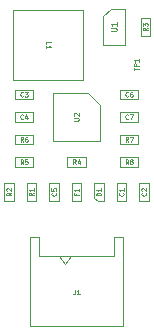
<source format=gbr>
%TF.GenerationSoftware,KiCad,Pcbnew,5.1.7+dfsg1-1~bpo10+1*%
%TF.CreationDate,Date%
%TF.ProjectId,ProMicro_BOOST,50726f4d-6963-4726-9f5f-424f4f53542e,v1.7*%
%TF.SameCoordinates,Original*%
%TF.FileFunction,Other,Fab,Top*%
%FSLAX46Y46*%
G04 Gerber Fmt 4.6, Leading zero omitted, Abs format (unit mm)*
G04 Created by KiCad*
%MOMM*%
%LPD*%
G01*
G04 APERTURE LIST*
%ADD10C,0.100000*%
%ADD11C,0.060000*%
%ADD12C,0.075000*%
G04 APERTURE END LIST*
D10*
%TO.C,L1*%
X2207000Y26241000D02*
X8207000Y26241000D01*
X2207000Y26241000D02*
X2207000Y20241000D01*
X2207000Y20241000D02*
X8207000Y20241000D01*
X8207000Y20241000D02*
X8207000Y26241000D01*
%TO.C,C3*%
X3975000Y19450000D02*
X3975000Y18650000D01*
X3975000Y18650000D02*
X2375000Y18650000D01*
X2375000Y18650000D02*
X2375000Y19450000D01*
X2375000Y19450000D02*
X3975000Y19450000D01*
%TO.C,C6*%
X11265000Y18650000D02*
X11265000Y19450000D01*
X11265000Y19450000D02*
X12865000Y19450000D01*
X12865000Y19450000D02*
X12865000Y18650000D01*
X12865000Y18650000D02*
X11265000Y18650000D01*
%TO.C,C7*%
X11265000Y16745000D02*
X11265000Y17545000D01*
X11265000Y17545000D02*
X12865000Y17545000D01*
X12865000Y17545000D02*
X12865000Y16745000D01*
X12865000Y16745000D02*
X11265000Y16745000D01*
%TO.C,C5*%
X5315000Y11595000D02*
X6115000Y11595000D01*
X6115000Y11595000D02*
X6115000Y9995000D01*
X6115000Y9995000D02*
X5315000Y9995000D01*
X5315000Y9995000D02*
X5315000Y11595000D01*
%TO.C,C4*%
X3975000Y17545000D02*
X3975000Y16745000D01*
X3975000Y16745000D02*
X2375000Y16745000D01*
X2375000Y16745000D02*
X2375000Y17545000D01*
X2375000Y17545000D02*
X3975000Y17545000D01*
%TO.C,R8*%
X11265000Y12935000D02*
X11265000Y13735000D01*
X11265000Y13735000D02*
X12865000Y13735000D01*
X12865000Y13735000D02*
X12865000Y12935000D01*
X12865000Y12935000D02*
X11265000Y12935000D01*
%TO.C,R7*%
X12865000Y15640000D02*
X12865000Y14840000D01*
X12865000Y14840000D02*
X11265000Y14840000D01*
X11265000Y14840000D02*
X11265000Y15640000D01*
X11265000Y15640000D02*
X12865000Y15640000D01*
%TO.C,R6*%
X2375000Y14840000D02*
X2375000Y15640000D01*
X2375000Y15640000D02*
X3975000Y15640000D01*
X3975000Y15640000D02*
X3975000Y14840000D01*
X3975000Y14840000D02*
X2375000Y14840000D01*
%TO.C,R5*%
X3975000Y13735000D02*
X3975000Y12935000D01*
X3975000Y12935000D02*
X2375000Y12935000D01*
X2375000Y12935000D02*
X2375000Y13735000D01*
X2375000Y13735000D02*
X3975000Y13735000D01*
%TO.C,R4*%
X8420000Y13735000D02*
X8420000Y12935000D01*
X8420000Y12935000D02*
X6820000Y12935000D01*
X6820000Y12935000D02*
X6820000Y13735000D01*
X6820000Y13735000D02*
X8420000Y13735000D01*
%TO.C,R3*%
X13862000Y23965000D02*
X13062000Y23965000D01*
X13062000Y23965000D02*
X13062000Y25565000D01*
X13062000Y25565000D02*
X13862000Y25565000D01*
X13862000Y25565000D02*
X13862000Y23965000D01*
%TO.C,U2*%
X9620000Y18145000D02*
X9620000Y15145000D01*
X9620000Y15145000D02*
X5620000Y15145000D01*
X5620000Y15145000D02*
X5620000Y19145000D01*
X5620000Y19145000D02*
X8620000Y19145000D01*
X8620000Y19145000D02*
X9620000Y18145000D01*
%TO.C,U1*%
X9895000Y25665000D02*
X10545000Y26315000D01*
X11695000Y26315000D02*
X10545000Y26315000D01*
X9895000Y25665000D02*
X9895000Y23215000D01*
X11695000Y23215000D02*
X9895000Y23215000D01*
X11695000Y26315000D02*
X11695000Y23215000D01*
%TO.C,J1*%
X3670000Y7010000D02*
X4470000Y7010000D01*
X4470000Y7010000D02*
X4470000Y5410000D01*
X4470000Y5410000D02*
X10770000Y5410000D01*
X10770000Y5410000D02*
X10770000Y7010000D01*
X10770000Y7010000D02*
X11570000Y7010000D01*
X3670000Y-590000D02*
X11570000Y-590000D01*
X3670000Y7010000D02*
X3670000Y-590000D01*
X11570000Y7010000D02*
X11570000Y-590000D01*
X6120000Y5410000D02*
X6620000Y4702893D01*
X6620000Y4702893D02*
X7120000Y5410000D01*
%TO.C,R2*%
X2305000Y9995000D02*
X1505000Y9995000D01*
X1505000Y9995000D02*
X1505000Y11595000D01*
X1505000Y11595000D02*
X2305000Y11595000D01*
X2305000Y11595000D02*
X2305000Y9995000D01*
%TO.C,R1*%
X3410000Y11595000D02*
X4210000Y11595000D01*
X4210000Y11595000D02*
X4210000Y9995000D01*
X4210000Y9995000D02*
X3410000Y9995000D01*
X3410000Y9995000D02*
X3410000Y11595000D01*
%TO.C,C1*%
X11830000Y9995000D02*
X11030000Y9995000D01*
X11030000Y9995000D02*
X11030000Y11595000D01*
X11030000Y11595000D02*
X11830000Y11595000D01*
X11830000Y11595000D02*
X11830000Y9995000D01*
%TO.C,F1*%
X8020000Y9995000D02*
X7220000Y9995000D01*
X7220000Y9995000D02*
X7220000Y11595000D01*
X7220000Y11595000D02*
X8020000Y11595000D01*
X8020000Y11595000D02*
X8020000Y9995000D01*
%TO.C,D1*%
X9125000Y11595000D02*
X9125000Y10295000D01*
X9125000Y10295000D02*
X9425000Y9995000D01*
X9425000Y9995000D02*
X9925000Y9995000D01*
X9925000Y9995000D02*
X9925000Y11595000D01*
X9925000Y11595000D02*
X9125000Y11595000D01*
%TO.C,C2*%
X12935000Y11595000D02*
X13735000Y11595000D01*
X13735000Y11595000D02*
X13735000Y9995000D01*
X13735000Y9995000D02*
X12935000Y9995000D01*
X12935000Y9995000D02*
X12935000Y11595000D01*
%TD*%
%TO.C,TP1*%
D11*
X12480952Y21085239D02*
X12480952Y21313810D01*
X12880952Y21199524D02*
X12480952Y21199524D01*
X12880952Y21447143D02*
X12480952Y21447143D01*
X12480952Y21599524D01*
X12500000Y21637620D01*
X12519047Y21656667D01*
X12557142Y21675715D01*
X12614285Y21675715D01*
X12652380Y21656667D01*
X12671428Y21637620D01*
X12690476Y21599524D01*
X12690476Y21447143D01*
X12880952Y22056667D02*
X12880952Y21828096D01*
X12880952Y21942381D02*
X12480952Y21942381D01*
X12538095Y21904286D01*
X12576190Y21866191D01*
X12595238Y21828096D01*
%TO.C,L1*%
X5026047Y23307667D02*
X5026047Y23498143D01*
X5426047Y23498143D01*
X5026047Y22964810D02*
X5026047Y23193381D01*
X5026047Y23079096D02*
X5426047Y23079096D01*
X5368904Y23117191D01*
X5330809Y23155286D01*
X5311761Y23193381D01*
%TO.C,C3*%
X3108333Y18907143D02*
X3089285Y18888096D01*
X3032142Y18869048D01*
X2994047Y18869048D01*
X2936904Y18888096D01*
X2898809Y18926191D01*
X2879761Y18964286D01*
X2860714Y19040477D01*
X2860714Y19097620D01*
X2879761Y19173810D01*
X2898809Y19211905D01*
X2936904Y19250000D01*
X2994047Y19269048D01*
X3032142Y19269048D01*
X3089285Y19250000D01*
X3108333Y19230953D01*
X3241666Y19269048D02*
X3489285Y19269048D01*
X3355952Y19116667D01*
X3413095Y19116667D01*
X3451190Y19097620D01*
X3470238Y19078572D01*
X3489285Y19040477D01*
X3489285Y18945239D01*
X3470238Y18907143D01*
X3451190Y18888096D01*
X3413095Y18869048D01*
X3298809Y18869048D01*
X3260714Y18888096D01*
X3241666Y18907143D01*
%TO.C,C6*%
X11998333Y18907143D02*
X11979285Y18888096D01*
X11922142Y18869048D01*
X11884047Y18869048D01*
X11826904Y18888096D01*
X11788809Y18926191D01*
X11769761Y18964286D01*
X11750714Y19040477D01*
X11750714Y19097620D01*
X11769761Y19173810D01*
X11788809Y19211905D01*
X11826904Y19250000D01*
X11884047Y19269048D01*
X11922142Y19269048D01*
X11979285Y19250000D01*
X11998333Y19230953D01*
X12341190Y19269048D02*
X12265000Y19269048D01*
X12226904Y19250000D01*
X12207857Y19230953D01*
X12169761Y19173810D01*
X12150714Y19097620D01*
X12150714Y18945239D01*
X12169761Y18907143D01*
X12188809Y18888096D01*
X12226904Y18869048D01*
X12303095Y18869048D01*
X12341190Y18888096D01*
X12360238Y18907143D01*
X12379285Y18945239D01*
X12379285Y19040477D01*
X12360238Y19078572D01*
X12341190Y19097620D01*
X12303095Y19116667D01*
X12226904Y19116667D01*
X12188809Y19097620D01*
X12169761Y19078572D01*
X12150714Y19040477D01*
%TO.C,C7*%
X11998333Y17002143D02*
X11979285Y16983096D01*
X11922142Y16964048D01*
X11884047Y16964048D01*
X11826904Y16983096D01*
X11788809Y17021191D01*
X11769761Y17059286D01*
X11750714Y17135477D01*
X11750714Y17192620D01*
X11769761Y17268810D01*
X11788809Y17306905D01*
X11826904Y17345000D01*
X11884047Y17364048D01*
X11922142Y17364048D01*
X11979285Y17345000D01*
X11998333Y17325953D01*
X12131666Y17364048D02*
X12398333Y17364048D01*
X12226904Y16964048D01*
%TO.C,C5*%
X5857857Y10728334D02*
X5876904Y10709286D01*
X5895952Y10652143D01*
X5895952Y10614048D01*
X5876904Y10556905D01*
X5838809Y10518810D01*
X5800714Y10499762D01*
X5724523Y10480715D01*
X5667380Y10480715D01*
X5591190Y10499762D01*
X5553095Y10518810D01*
X5515000Y10556905D01*
X5495952Y10614048D01*
X5495952Y10652143D01*
X5515000Y10709286D01*
X5534047Y10728334D01*
X5495952Y11090239D02*
X5495952Y10899762D01*
X5686428Y10880715D01*
X5667380Y10899762D01*
X5648333Y10937858D01*
X5648333Y11033096D01*
X5667380Y11071191D01*
X5686428Y11090239D01*
X5724523Y11109286D01*
X5819761Y11109286D01*
X5857857Y11090239D01*
X5876904Y11071191D01*
X5895952Y11033096D01*
X5895952Y10937858D01*
X5876904Y10899762D01*
X5857857Y10880715D01*
%TO.C,C4*%
X3108333Y17002143D02*
X3089285Y16983096D01*
X3032142Y16964048D01*
X2994047Y16964048D01*
X2936904Y16983096D01*
X2898809Y17021191D01*
X2879761Y17059286D01*
X2860714Y17135477D01*
X2860714Y17192620D01*
X2879761Y17268810D01*
X2898809Y17306905D01*
X2936904Y17345000D01*
X2994047Y17364048D01*
X3032142Y17364048D01*
X3089285Y17345000D01*
X3108333Y17325953D01*
X3451190Y17230715D02*
X3451190Y16964048D01*
X3355952Y17383096D02*
X3260714Y17097381D01*
X3508333Y17097381D01*
%TO.C,R8*%
X11998333Y13154048D02*
X11865000Y13344524D01*
X11769761Y13154048D02*
X11769761Y13554048D01*
X11922142Y13554048D01*
X11960238Y13535000D01*
X11979285Y13515953D01*
X11998333Y13477858D01*
X11998333Y13420715D01*
X11979285Y13382620D01*
X11960238Y13363572D01*
X11922142Y13344524D01*
X11769761Y13344524D01*
X12226904Y13382620D02*
X12188809Y13401667D01*
X12169761Y13420715D01*
X12150714Y13458810D01*
X12150714Y13477858D01*
X12169761Y13515953D01*
X12188809Y13535000D01*
X12226904Y13554048D01*
X12303095Y13554048D01*
X12341190Y13535000D01*
X12360238Y13515953D01*
X12379285Y13477858D01*
X12379285Y13458810D01*
X12360238Y13420715D01*
X12341190Y13401667D01*
X12303095Y13382620D01*
X12226904Y13382620D01*
X12188809Y13363572D01*
X12169761Y13344524D01*
X12150714Y13306429D01*
X12150714Y13230239D01*
X12169761Y13192143D01*
X12188809Y13173096D01*
X12226904Y13154048D01*
X12303095Y13154048D01*
X12341190Y13173096D01*
X12360238Y13192143D01*
X12379285Y13230239D01*
X12379285Y13306429D01*
X12360238Y13344524D01*
X12341190Y13363572D01*
X12303095Y13382620D01*
%TO.C,R7*%
X11998333Y15059048D02*
X11865000Y15249524D01*
X11769761Y15059048D02*
X11769761Y15459048D01*
X11922142Y15459048D01*
X11960238Y15440000D01*
X11979285Y15420953D01*
X11998333Y15382858D01*
X11998333Y15325715D01*
X11979285Y15287620D01*
X11960238Y15268572D01*
X11922142Y15249524D01*
X11769761Y15249524D01*
X12131666Y15459048D02*
X12398333Y15459048D01*
X12226904Y15059048D01*
%TO.C,R6*%
X3108333Y15059048D02*
X2975000Y15249524D01*
X2879761Y15059048D02*
X2879761Y15459048D01*
X3032142Y15459048D01*
X3070238Y15440000D01*
X3089285Y15420953D01*
X3108333Y15382858D01*
X3108333Y15325715D01*
X3089285Y15287620D01*
X3070238Y15268572D01*
X3032142Y15249524D01*
X2879761Y15249524D01*
X3451190Y15459048D02*
X3375000Y15459048D01*
X3336904Y15440000D01*
X3317857Y15420953D01*
X3279761Y15363810D01*
X3260714Y15287620D01*
X3260714Y15135239D01*
X3279761Y15097143D01*
X3298809Y15078096D01*
X3336904Y15059048D01*
X3413095Y15059048D01*
X3451190Y15078096D01*
X3470238Y15097143D01*
X3489285Y15135239D01*
X3489285Y15230477D01*
X3470238Y15268572D01*
X3451190Y15287620D01*
X3413095Y15306667D01*
X3336904Y15306667D01*
X3298809Y15287620D01*
X3279761Y15268572D01*
X3260714Y15230477D01*
%TO.C,R5*%
X3108333Y13154048D02*
X2975000Y13344524D01*
X2879761Y13154048D02*
X2879761Y13554048D01*
X3032142Y13554048D01*
X3070238Y13535000D01*
X3089285Y13515953D01*
X3108333Y13477858D01*
X3108333Y13420715D01*
X3089285Y13382620D01*
X3070238Y13363572D01*
X3032142Y13344524D01*
X2879761Y13344524D01*
X3470238Y13554048D02*
X3279761Y13554048D01*
X3260714Y13363572D01*
X3279761Y13382620D01*
X3317857Y13401667D01*
X3413095Y13401667D01*
X3451190Y13382620D01*
X3470238Y13363572D01*
X3489285Y13325477D01*
X3489285Y13230239D01*
X3470238Y13192143D01*
X3451190Y13173096D01*
X3413095Y13154048D01*
X3317857Y13154048D01*
X3279761Y13173096D01*
X3260714Y13192143D01*
%TO.C,R4*%
X7553333Y13154048D02*
X7420000Y13344524D01*
X7324761Y13154048D02*
X7324761Y13554048D01*
X7477142Y13554048D01*
X7515238Y13535000D01*
X7534285Y13515953D01*
X7553333Y13477858D01*
X7553333Y13420715D01*
X7534285Y13382620D01*
X7515238Y13363572D01*
X7477142Y13344524D01*
X7324761Y13344524D01*
X7896190Y13420715D02*
X7896190Y13154048D01*
X7800952Y13573096D02*
X7705714Y13287381D01*
X7953333Y13287381D01*
%TO.C,R3*%
X13642952Y24698334D02*
X13452476Y24565000D01*
X13642952Y24469762D02*
X13242952Y24469762D01*
X13242952Y24622143D01*
X13262000Y24660239D01*
X13281047Y24679286D01*
X13319142Y24698334D01*
X13376285Y24698334D01*
X13414380Y24679286D01*
X13433428Y24660239D01*
X13452476Y24622143D01*
X13452476Y24469762D01*
X13242952Y24831667D02*
X13242952Y25079286D01*
X13395333Y24945953D01*
X13395333Y25003096D01*
X13414380Y25041191D01*
X13433428Y25060239D01*
X13471523Y25079286D01*
X13566761Y25079286D01*
X13604857Y25060239D01*
X13623904Y25041191D01*
X13642952Y25003096D01*
X13642952Y24888810D01*
X13623904Y24850715D01*
X13604857Y24831667D01*
%TO.C,U2*%
X7400952Y16840239D02*
X7724761Y16840239D01*
X7762857Y16859286D01*
X7781904Y16878334D01*
X7800952Y16916429D01*
X7800952Y16992620D01*
X7781904Y17030715D01*
X7762857Y17049762D01*
X7724761Y17068810D01*
X7400952Y17068810D01*
X7439047Y17240239D02*
X7420000Y17259286D01*
X7400952Y17297381D01*
X7400952Y17392620D01*
X7420000Y17430715D01*
X7439047Y17449762D01*
X7477142Y17468810D01*
X7515238Y17468810D01*
X7572380Y17449762D01*
X7800952Y17221191D01*
X7800952Y17468810D01*
%TO.C,U1*%
D12*
X10521190Y24384048D02*
X10925952Y24384048D01*
X10973571Y24407858D01*
X10997380Y24431667D01*
X11021190Y24479286D01*
X11021190Y24574524D01*
X10997380Y24622143D01*
X10973571Y24645953D01*
X10925952Y24669762D01*
X10521190Y24669762D01*
X11021190Y25169762D02*
X11021190Y24884048D01*
X11021190Y25026905D02*
X10521190Y25026905D01*
X10592619Y24979286D01*
X10640238Y24931667D01*
X10664047Y24884048D01*
%TO.C,J1*%
D11*
X7486666Y2529048D02*
X7486666Y2243334D01*
X7467619Y2186191D01*
X7429523Y2148096D01*
X7372380Y2129048D01*
X7334285Y2129048D01*
X7886666Y2129048D02*
X7658095Y2129048D01*
X7772380Y2129048D02*
X7772380Y2529048D01*
X7734285Y2471905D01*
X7696190Y2433810D01*
X7658095Y2414762D01*
%TO.C,R2*%
X2085952Y10728334D02*
X1895476Y10595000D01*
X2085952Y10499762D02*
X1685952Y10499762D01*
X1685952Y10652143D01*
X1705000Y10690239D01*
X1724047Y10709286D01*
X1762142Y10728334D01*
X1819285Y10728334D01*
X1857380Y10709286D01*
X1876428Y10690239D01*
X1895476Y10652143D01*
X1895476Y10499762D01*
X1724047Y10880715D02*
X1705000Y10899762D01*
X1685952Y10937858D01*
X1685952Y11033096D01*
X1705000Y11071191D01*
X1724047Y11090239D01*
X1762142Y11109286D01*
X1800238Y11109286D01*
X1857380Y11090239D01*
X2085952Y10861667D01*
X2085952Y11109286D01*
%TO.C,R1*%
X3990952Y10728334D02*
X3800476Y10595000D01*
X3990952Y10499762D02*
X3590952Y10499762D01*
X3590952Y10652143D01*
X3610000Y10690239D01*
X3629047Y10709286D01*
X3667142Y10728334D01*
X3724285Y10728334D01*
X3762380Y10709286D01*
X3781428Y10690239D01*
X3800476Y10652143D01*
X3800476Y10499762D01*
X3990952Y11109286D02*
X3990952Y10880715D01*
X3990952Y10995000D02*
X3590952Y10995000D01*
X3648095Y10956905D01*
X3686190Y10918810D01*
X3705238Y10880715D01*
%TO.C,C1*%
X11572857Y10728334D02*
X11591904Y10709286D01*
X11610952Y10652143D01*
X11610952Y10614048D01*
X11591904Y10556905D01*
X11553809Y10518810D01*
X11515714Y10499762D01*
X11439523Y10480715D01*
X11382380Y10480715D01*
X11306190Y10499762D01*
X11268095Y10518810D01*
X11230000Y10556905D01*
X11210952Y10614048D01*
X11210952Y10652143D01*
X11230000Y10709286D01*
X11249047Y10728334D01*
X11610952Y11109286D02*
X11610952Y10880715D01*
X11610952Y10995000D02*
X11210952Y10995000D01*
X11268095Y10956905D01*
X11306190Y10918810D01*
X11325238Y10880715D01*
%TO.C,F1*%
X7591428Y10661667D02*
X7591428Y10528334D01*
X7800952Y10528334D02*
X7400952Y10528334D01*
X7400952Y10718810D01*
X7800952Y11080715D02*
X7800952Y10852143D01*
X7800952Y10966429D02*
X7400952Y10966429D01*
X7458095Y10928334D01*
X7496190Y10890239D01*
X7515238Y10852143D01*
%TO.C,D1*%
X9705952Y10499762D02*
X9305952Y10499762D01*
X9305952Y10595000D01*
X9325000Y10652143D01*
X9363095Y10690239D01*
X9401190Y10709286D01*
X9477380Y10728334D01*
X9534523Y10728334D01*
X9610714Y10709286D01*
X9648809Y10690239D01*
X9686904Y10652143D01*
X9705952Y10595000D01*
X9705952Y10499762D01*
X9705952Y11109286D02*
X9705952Y10880715D01*
X9705952Y10995000D02*
X9305952Y10995000D01*
X9363095Y10956905D01*
X9401190Y10918810D01*
X9420238Y10880715D01*
%TO.C,C2*%
X13477857Y10728334D02*
X13496904Y10709286D01*
X13515952Y10652143D01*
X13515952Y10614048D01*
X13496904Y10556905D01*
X13458809Y10518810D01*
X13420714Y10499762D01*
X13344523Y10480715D01*
X13287380Y10480715D01*
X13211190Y10499762D01*
X13173095Y10518810D01*
X13135000Y10556905D01*
X13115952Y10614048D01*
X13115952Y10652143D01*
X13135000Y10709286D01*
X13154047Y10728334D01*
X13154047Y10880715D02*
X13135000Y10899762D01*
X13115952Y10937858D01*
X13115952Y11033096D01*
X13135000Y11071191D01*
X13154047Y11090239D01*
X13192142Y11109286D01*
X13230238Y11109286D01*
X13287380Y11090239D01*
X13515952Y10861667D01*
X13515952Y11109286D01*
%TD*%
M02*

</source>
